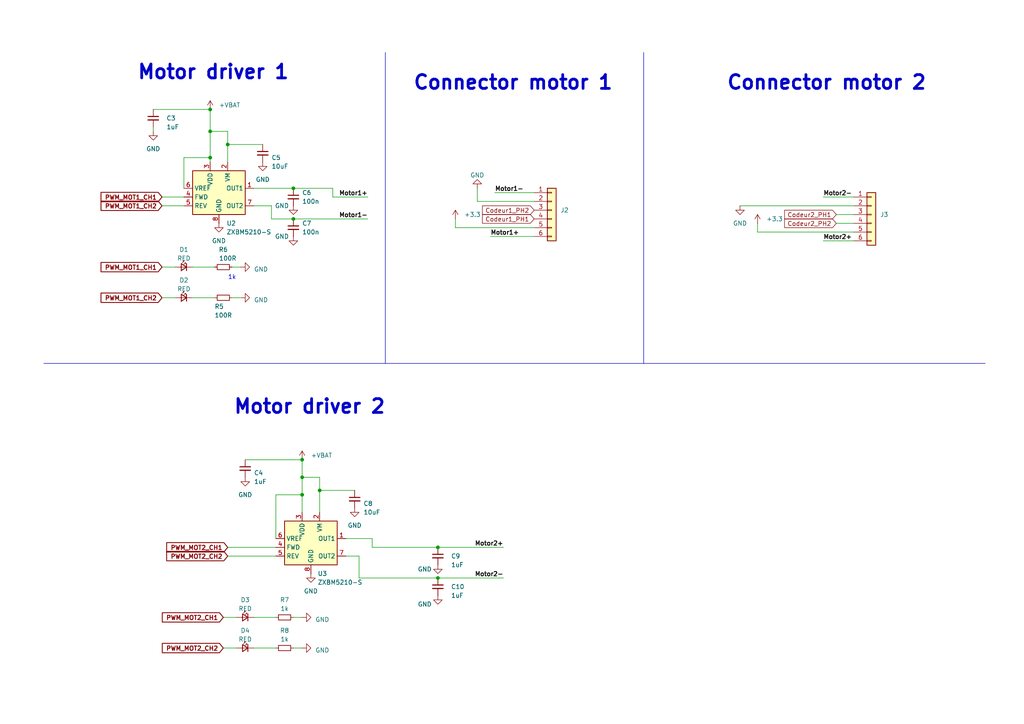
<source format=kicad_sch>
(kicad_sch (version 20231120) (generator "eeschema") (generator_version "8.0")
  (paper "A4")
  (lib_symbols
    (symbol "Connector_Generic:Conn_01x06" (pin_names (offset 1.016) hide)
      (property "Reference" "J" (at 0 7.62 0))
      (property "Value" "Conn_01x06" (at 0 -10.16 0))
      (symbol "Conn_01x06_1_1"
        (rectangle (start -1.27 -7.493) (end 0 -7.747) (stroke (width 0.1524)))
        (rectangle (start -1.27 -4.953) (end 0 -5.207) (stroke (width 0.1524)))
        (rectangle (start -1.27 -2.413) (end 0 -2.667) (stroke (width 0.1524)))
        (rectangle (start -1.27 0.127) (end 0 -0.127) (stroke (width 0.1524)))
        (rectangle (start -1.27 2.667) (end 0 2.413) (stroke (width 0.1524)))
        (rectangle (start -1.27 5.207) (end 0 4.953) (stroke (width 0.1524)))
        (rectangle (start -1.27 6.35) (end 1.27 -8.89) (stroke (width 0.254)) (fill (type background)))
        (pin passive line (at -5.08 5.08 0) (length 3.81) (name "Pin_1") (number "1"))
        (pin passive line (at -5.08 2.54 0) (length 3.81) (name "Pin_2") (number "2"))
        (pin passive line (at -5.08 0 0) (length 3.81) (name "Pin_3") (number "3"))
        (pin passive line (at -5.08 -2.54 0) (length 3.81) (name "Pin_4") (number "4"))
        (pin passive line (at -5.08 -5.08 0) (length 3.81) (name "Pin_5") (number "5"))
        (pin passive line (at -5.08 -7.62 0) (length 3.81) (name "Pin_6") (number "6"))
      )
    )
    (symbol "Device:C_Small" (pin_numbers hide) (pin_names (offset 0.254) hide)
      (property "Reference" "C" (at 0.254 1.778 0))
      (property "Value" "C_Small" (at 0.254 -2.032 0))
      (symbol "C_Small_0_1"
        (polyline (pts (xy -1.524 -0.508) (xy 1.524 -0.508)) (stroke (width 0.3302)))
        (polyline (pts (xy -1.524 0.508) (xy 1.524 0.508)) (stroke (width 0.3048)))
      )
      (symbol "C_Small_1_1"
        (pin passive line (at 0 2.54 270) (length 2.032) (name "~") (number "1"))
        (pin passive line (at 0 -2.54 90) (length 2.032) (name "~") (number "2"))
      )
    )
    (symbol "Device:LED_Small" (pin_numbers hide) (pin_names (offset 0.254) hide)
      (property "Reference" "D" (at -1.27 3.175 0))
      (property "Value" "LED_Small" (at -4.445 -2.54 0))
      (symbol "LED_Small_0_1"
        (polyline (pts (xy -0.762 -1.016) (xy -0.762 1.016)) (stroke (width 0.254)))
        (polyline (pts (xy 1.016 0) (xy -0.762 0)))
        (polyline (pts (xy 0.762 -1.016) (xy -0.762 0) (xy 0.762 1.016) (xy 0.762 -1.016)) (stroke (width 0.254)))
        (polyline (pts (xy 0 0.762) (xy -0.508 1.27) (xy -0.254 1.27) (xy -0.508 1.27) (xy -0.508 1.016)))
        (polyline (pts (xy 0.508 1.27) (xy 0 1.778) (xy 0.254 1.778) (xy 0 1.778) (xy 0 1.524)))
      )
      (symbol "LED_Small_1_1"
        (pin passive line (at -2.54 0 0) (length 1.778) (name "K") (number "1"))
        (pin passive line (at 2.54 0 180) (length 1.778) (name "A") (number "2"))
      )
    )
    (symbol "Device:R_Small" (pin_numbers hide) (pin_names (offset 0.254) hide)
      (property "Reference" "R" (at 0.762 0.508 0))
      (property "Value" "R_Small" (at 0.762 -1.016 0))
      (symbol "R_Small_0_1"
        (rectangle (start -0.762 1.778) (end 0.762 -1.778) (stroke (width 0.2032)))
      )
      (symbol "R_Small_1_1"
        (pin passive line (at 0 2.54 270) (length 0.762) (name "~") (number "1"))
        (pin passive line (at 0 -2.54 90) (length 0.762) (name "~") (number "2"))
      )
    )
    (symbol "Driver_Motor:ZXBM5210-S"
      (property "Reference" "U" (at -7.62 8.89 0))
      (property "Value" "ZXBM5210-S" (at 10.16 8.89 0))
      (symbol "ZXBM5210-S_0_0"
        (pin output line (at 10.16 2.54 180) (length 2.54) (name "OUT1") (number "1"))
        (pin power_in line (at 2.54 10.16 270) (length 2.54) (name "VM") (number "2"))
        (pin power_in line (at -2.54 10.16 270) (length 2.54) (name "VDD") (number "3"))
        (pin input line (at -10.16 0 0) (length 2.54) (name "FWD") (number "4"))
        (pin input line (at -10.16 -2.54 0) (length 2.54) (name "REV") (number "5"))
        (pin input line (at -10.16 2.54 0) (length 2.54) (name "VREF") (number "6"))
        (pin output line (at 10.16 -2.54 180) (length 2.54) (name "OUT2") (number "7"))
        (pin power_in line (at 0 -7.62 90) (length 2.54) (name "GND") (number "8"))
      )
      (symbol "ZXBM5210-S_0_1"
        (rectangle (start -7.62 7.62) (end 7.62 -5.08) (stroke (width 0.254)) (fill (type background)))
      )
    )
    (symbol "power:+5V" (power) (pin_numbers hide) (pin_names (offset 0) hide)
      (property "Value" "+5V" (at 0 3.556 0))
      (symbol "+5V_0_1"
        (polyline (pts (xy -0.762 1.27) (xy 0 2.54)))
        (polyline (pts (xy 0 0) (xy 0 2.54)))
        (polyline (pts (xy 0 2.54) (xy 0.762 1.27)))
      )
      (symbol "+5V_1_1"
        (pin power_in line (at 0 0 90) (length 0) (name "~") (number "1"))
      )
    )
    (symbol "power:GND" (power) (pin_numbers hide) (pin_names (offset 0) hide)
      (property "Value" "GND" (at 0 -3.81 0))
      (symbol "GND_0_1"
        (polyline (pts (xy 0 0) (xy 0 -1.27) (xy 1.27 -1.27) (xy 0 -2.54) (xy -1.27 -1.27) (xy 0 -1.27)))
      )
      (symbol "GND_1_1"
        (pin power_in line (at 0 0 270) (length 0) (name "~") (number "1"))
      )
    )
  )
  (junction (at 66.04 41.91))
  (junction (at 85.09 54.61))
  (junction (at 60.96 31.75))
  (junction (at 85.09 63.5))
  (junction (at 127 167.64))
  (junction (at 60.96 45.72))
  (junction (at 92.71 142.24))
  (junction (at 60.96 38.1))
  (junction (at 87.63 138.43))
  (junction (at 87.63 133.35))
  (junction (at 87.63 143.51))
  (junction (at 127 158.75))
  (wire (pts (xy 219.71 67.31) (xy 247.65 67.31)))
  (wire (pts (xy 107.95 158.75) (xy 127 158.75)))
  (wire (pts (xy 107.95 158.75) (xy 107.95 156.21)))
  (wire (pts (xy 127 158.75) (xy 146.05 158.75)))
  (wire (pts (xy 85.09 179.07) (xy 87.63 179.07)))
  (wire (pts (xy 66.04 158.75) (xy 80.01 158.75)))
  (wire (pts (xy 107.95 156.21) (xy 100.33 156.21)))
  (wire (pts (xy 219.71 64.77) (xy 219.71 67.31)))
  (polyline (pts (xy 111.76 15.24) (xy 111.76 105.41)))
  (wire (pts (xy 247.65 64.77) (xy 242.57 64.77)))
  (wire (pts (xy 66.04 46.99) (xy 66.04 41.91)))
  (wire (pts (xy 66.04 161.29) (xy 80.01 161.29)))
  (wire (pts (xy 60.96 31.75) (xy 60.96 38.1)))
  (wire (pts (xy 106.68 57.15) (xy 96.52 57.15)))
  (wire (pts (xy 78.74 63.5) (xy 85.09 63.5)))
  (wire (pts (xy 104.14 167.64) (xy 127 167.64)))
  (polyline (pts (xy 186.69 15.24) (xy 186.69 105.41)))
  (wire (pts (xy 64.77 187.96) (xy 68.58 187.96)))
  (wire (pts (xy 247.65 69.85) (xy 238.76 69.85)))
  (wire (pts (xy 87.63 138.43) (xy 87.63 133.35)))
  (wire (pts (xy 67.31 77.47) (xy 69.85 77.47)))
  (wire (pts (xy 67.31 86.36) (xy 69.85 86.36)))
  (wire (pts (xy 64.77 179.07) (xy 68.58 179.07)))
  (wire (pts (xy 73.66 54.61) (xy 85.09 54.61)))
  (wire (pts (xy 142.24 68.58) (xy 154.94 68.58)))
  (wire (pts (xy 104.14 167.64) (xy 104.14 161.29)))
  (wire (pts (xy 143.51 55.88) (xy 154.94 55.88)))
  (wire (pts (xy 92.71 148.59) (xy 92.71 142.24)))
  (wire (pts (xy 154.94 58.42) (xy 138.43 58.42)))
  (wire (pts (xy 87.63 143.51) (xy 87.63 148.59)))
  (wire (pts (xy 46.99 57.15) (xy 53.34 57.15)))
  (wire (pts (xy 104.14 161.29) (xy 100.33 161.29)))
  (wire (pts (xy 96.52 57.15) (xy 96.52 54.61)))
  (wire (pts (xy 247.65 57.15) (xy 238.76 57.15)))
  (wire (pts (xy 92.71 142.24) (xy 102.87 142.24)))
  (wire (pts (xy 247.65 62.23) (xy 242.57 62.23)))
  (wire (pts (xy 73.66 59.69) (xy 78.74 59.69)))
  (wire (pts (xy 46.99 59.69) (xy 53.34 59.69)))
  (wire (pts (xy 66.04 38.1) (xy 60.96 38.1)))
  (wire (pts (xy 66.04 41.91) (xy 76.2 41.91)))
  (wire (pts (xy 66.04 41.91) (xy 66.04 38.1)))
  (wire (pts (xy 60.96 38.1) (xy 60.96 45.72)))
  (wire (pts (xy 55.88 77.47) (xy 62.23 77.47)))
  (wire (pts (xy 132.08 63.5) (xy 132.08 66.04)))
  (wire (pts (xy 92.71 142.24) (xy 92.71 138.43)))
  (wire (pts (xy 92.71 138.43) (xy 87.63 138.43)))
  (wire (pts (xy 87.63 143.51) (xy 87.63 138.43)))
  (wire (pts (xy 154.94 66.04) (xy 132.08 66.04)))
  (wire (pts (xy 53.34 45.72) (xy 53.34 54.61)))
  (wire (pts (xy 85.09 63.5) (xy 106.68 63.5)))
  (polyline (pts (xy 12.7 105.41) (xy 285.75 105.41)))
  (wire (pts (xy 127 167.64) (xy 146.05 167.64)))
  (wire (pts (xy 85.09 187.96) (xy 87.63 187.96)))
  (wire (pts (xy 73.66 187.96) (xy 80.01 187.96)))
  (wire (pts (xy 44.45 31.75) (xy 60.96 31.75)))
  (wire (pts (xy 80.01 143.51) (xy 87.63 143.51)))
  (wire (pts (xy 214.63 59.69) (xy 247.65 59.69)))
  (wire (pts (xy 44.45 38.1) (xy 44.45 36.83)))
  (wire (pts (xy 46.99 77.47) (xy 50.8 77.47)))
  (wire (pts (xy 73.66 179.07) (xy 80.01 179.07)))
  (wire (pts (xy 60.96 45.72) (xy 60.96 46.99)))
  (wire (pts (xy 78.74 63.5) (xy 78.74 59.69)))
  (wire (pts (xy 138.43 54.61) (xy 138.43 58.42)))
  (wire (pts (xy 85.09 54.61) (xy 96.52 54.61)))
  (wire (pts (xy 53.34 45.72) (xy 60.96 45.72)))
  (wire (pts (xy 55.88 86.36) (xy 62.23 86.36)))
  (wire (pts (xy 87.63 133.35) (xy 71.12 133.35)))
  (wire (pts (xy 46.99 86.36) (xy 50.8 86.36)))
  (wire (pts (xy 80.01 143.51) (xy 80.01 156.21)))
  (text "Motor driver 1\n" (at 39.624 23.368 0) (effects (font (size 4 4) (thickness 0.8) (bold yes)) (justify left bottom)))
  (text "Connector motor 2\n" (at 210.566 26.416 0) (effects (font (size 4 4) (thickness 0.8) (bold yes)) (justify left bottom)))
  (text "1k" (at 67.31 80.518 0) (effects (font (size 1.27 1.27))))
  (text "Connector motor 1\n" (at 119.634 26.416 0) (effects (font (size 4 4) (thickness 0.8) (bold yes)) (justify left bottom)))
  (text "Motor driver 2\n" (at 67.564 120.396 0) (effects (font (size 4 4) (thickness 0.8) (bold yes)) (justify left bottom)))
  (label "Motor1-" (at 143.51 55.88 0) (effects (font (bold yes))))
  (label "Motor1-" (at 106.68 63.5 180) (effects (font (bold yes))))
  (label "Motor1+" (at 142.24 68.58 0) (effects (font (bold yes))))
  (label "Motor2-" (at 146.05 167.64 180) (effects (font (bold yes))))
  (label "Motor2+" (at 146.05 158.75 180) (effects (font (bold yes))))
  (label "Motor2+" (at 238.76 69.85 0) (effects (font (bold yes))))
  (label "Motor1+" (at 106.68 57.15 180) (effects (font (bold yes))))
  (label "Motor2-" (at 238.76 57.15 0) (effects (font (bold yes))))
  (global_label "PWM_MOT1_CH2" (shape input) (at 46.99 59.69 180) (effects (font (bold yes))) (property "Intersheetrefs" "${INTERSHEET_REFS}" (effects (hide yes))))
  (global_label "PWM_MOT2_CH1" (shape input) (at 64.77 179.07 180) (effects (font (bold yes))) (property "Intersheetrefs" "${INTERSHEET_REFS}" (effects (hide yes))))
  (global_label "PWM_MOT2_CH2" (shape input) (at 64.77 187.96 180) (effects (font (bold yes))) (property "Intersheetrefs" "${INTERSHEET_REFS}" (effects (hide yes))))
  (global_label "PWM_MOT1_CH2" (shape input) (at 46.99 86.36 180) (effects (font (bold yes))) (property "Intersheetrefs" "${INTERSHEET_REFS}" (effects (hide yes))))
  (global_label "Codeur2_PH1" (shape input) (at 242.57 62.23 180) (property "Intersheetrefs" "${INTERSHEET_REFS}" (effects (hide yes))))
  (global_label "PWM_MOT2_CH1" (shape input) (at 66.04 158.75 180) (effects (font (bold yes))) (property "Intersheetrefs" "${INTERSHEET_REFS}" (effects (hide yes))))
  (global_label "PWM_MOT1_CH1" (shape input) (at 46.99 77.47 180) (effects (font (bold yes))) (property "Intersheetrefs" "${INTERSHEET_REFS}" (effects (hide yes))))
  (global_label "Codeur1_PH1" (shape input) (at 154.94 63.5 180) (property "Intersheetrefs" "${INTERSHEET_REFS}" (effects (hide yes))))
  (global_label "PWM_MOT1_CH1" (shape input) (at 46.99 57.15 180) (effects (font (bold yes))) (property "Intersheetrefs" "${INTERSHEET_REFS}" (effects (hide yes))))
  (global_label "Codeur1_PH2" (shape input) (at 154.94 60.96 180) (property "Intersheetrefs" "${INTERSHEET_REFS}" (effects (hide yes))))
  (global_label "PWM_MOT2_CH2" (shape input) (at 66.04 161.29 180) (effects (font (bold yes))) (property "Intersheetrefs" "${INTERSHEET_REFS}" (effects (hide yes))))
  (global_label "Codeur2_PH2" (shape input) (at 242.57 64.77 180) (property "Intersheetrefs" "${INTERSHEET_REFS}" (effects (hide yes))))
  (symbol (lib_id "Device:LED_Small") (at 71.12 187.96 0) (mirror y) (unit 1)
    (property "Reference" "D4" (at 71.12 182.88 0))
    (property "Value" "RED" (at 71.12 185.42 0))
    (property "Footprint" "LED_SMD:LED_0603_1608Metric_Pad1.05x0.95mm_HandSolder" (effects (hide yes)))
    (property "Description" "Light emitting diode, small symbol" (effects (hide yes)))
  )
  (symbol (lib_id "power:GND") (at 102.87 147.32 0) (unit 1)
    (property "Reference" "#PWR015" (effects (hide yes)))
    (property "Value" "GND" (at 102.87 152.4 0))
    (property "Description" "Power symbol creates a global label with name \"GND\" , ground" (effects (hide yes)))
  )
  (symbol (lib_id "Device:C_Small") (at 44.45 34.29 0) (unit 1)
    (property "Reference" "C3" (at 48.26 34.29 0) (effects (justify left)))
    (property "Value" "1uF" (at 48.26 36.83 0) (effects (justify left)))
    (property "Footprint" "Capacitor_SMD:C_0603_1608Metric_Pad1.08x0.95mm_HandSolder" (effects (hide yes)))
    (property "Description" "Unpolarized capacitor, small symbol" (effects (hide yes)))
  )
  (symbol (lib_id "power:GND") (at 71.12 138.43 0) (unit 1)
    (property "Reference" "#PWR07" (effects (hide yes)))
    (property "Value" "GND" (at 71.12 143.51 0))
    (property "Description" "Power symbol creates a global label with name \"GND\" , ground" (effects (hide yes)))
  )
  (symbol (lib_id "power:GND") (at 76.2 46.99 0) (unit 1)
    (property "Reference" "#PWR08" (effects (hide yes)))
    (property "Value" "GND" (at 76.2 52.07 0))
    (property "Description" "Power symbol creates a global label with name \"GND\" , ground" (effects (hide yes)))
  )
  (symbol (lib_id "Device:LED_Small") (at 53.34 86.36 0) (mirror y) (unit 1)
    (property "Reference" "D2" (at 53.34 81.28 0))
    (property "Value" "RED" (at 53.34 83.82 0))
    (property "Footprint" "LED_SMD:LED_0603_1608Metric_Pad1.05x0.95mm_HandSolder" (effects (hide yes)))
    (property "Description" "Light emitting diode, small symbol" (effects (hide yes)))
  )
  (symbol (lib_id "Device:R_Small") (at 82.55 187.96 90) (unit 1)
    (property "Reference" "R8" (at 82.55 182.88 90))
    (property "Value" "1k" (at 82.55 185.42 90))
    (property "Footprint" "Resistor_SMD:R_0603_1608Metric_Pad0.98x0.95mm_HandSolder" (effects (hide yes)))
    (property "Description" "Resistor, small symbol" (effects (hide yes)))
    (property "Height" "0603" (effects (hide yes)))
  )
  (symbol (lib_id "Device:LED_Small") (at 53.34 77.47 0) (mirror y) (unit 1)
    (property "Reference" "D1" (at 53.34 72.39 0))
    (property "Value" "RED" (at 53.34 74.93 0))
    (property "Footprint" "LED_SMD:LED_0603_1608Metric_Pad1.05x0.95mm_HandSolder" (effects (hide yes)))
    (property "Description" "Light emitting diode, small symbol" (effects (hide yes)))
  )
  (symbol (lib_id "power:GND") (at 214.63 59.69 0) (unit 1)
    (property "Reference" "#PWR021" (effects (hide yes)))
    (property "Value" "GND" (at 214.63 64.77 0))
    (property "Description" "Power symbol creates a global label with name \"GND\" , ground" (effects (hide yes)))
  )
  (symbol (lib_id "power:GND") (at 90.17 166.37 0) (unit 1)
    (property "Reference" "#PWR014" (effects (hide yes)))
    (property "Value" "GND" (at 90.17 171.45 0))
    (property "Description" "Power symbol creates a global label with name \"GND\" , ground" (effects (hide yes)))
  )
  (symbol (lib_id "power:GND") (at 85.09 59.69 0) (unit 1)
    (property "Reference" "#PWR09" (effects (hide yes)))
    (property "Value" "GND" (at 83.82 59.69 0) (effects (justify right)))
    (property "Description" "Power symbol creates a global label with name \"GND\" , ground" (effects (hide yes)))
  )
  (symbol (lib_id "power:+5V") (at 60.96 31.75 0) (unit 1)
    (property "Reference" "#PWR03" (effects (hide yes)))
    (property "Value" "+VBAT" (at 63.5 30.4799 0) (effects (justify left)))
    (property "Description" "Power symbol creates a global label with name \"+5V\"" (effects (hide yes)))
  )
  (symbol (lib_id "power:GND") (at 138.43 54.61 180) (unit 1)
    (property "Reference" "#PWR019" (effects (hide yes)))
    (property "Value" "GND" (at 138.43 50.8 0))
    (property "Description" "Power symbol creates a global label with name \"GND\" , ground" (effects (hide yes)))
  )
  (symbol (lib_id "power:GND") (at 127 163.83 0) (unit 1)
    (property "Reference" "#PWR016" (effects (hide yes)))
    (property "Value" "GND" (at 123.19 165.1 0))
    (property "Description" "Power symbol creates a global label with name \"GND\" , ground" (effects (hide yes)))
  )
  (symbol (lib_id "Device:C_Small") (at 76.2 44.45 0) (unit 1)
    (property "Reference" "C5" (at 78.74 45.72 0) (effects (justify left)))
    (property "Value" "10uF" (at 78.74 48.26 0) (effects (justify left)))
    (property "Footprint" "Capacitor_SMD:C_0603_1608Metric_Pad1.08x0.95mm_HandSolder" (effects (hide yes)))
    (property "Description" "Unpolarized capacitor, small symbol" (effects (hide yes)))
  )
  (symbol (lib_id "power:+5V") (at 132.08 63.5 0) (unit 1)
    (property "Reference" "#PWR018" (effects (hide yes)))
    (property "Value" "+3.3" (at 134.62 62.2299 0) (effects (justify left)))
    (property "Description" "Power symbol creates a global label with name \"+5V\"" (effects (hide yes)))
  )
  (symbol (lib_id "Device:C_Small") (at 85.09 66.04 0) (unit 1)
    (property "Reference" "C7" (at 87.63 64.7762 0) (effects (justify left)))
    (property "Value" "100n" (at 87.63 67.3162 0) (effects (justify left)))
    (property "Footprint" "Capacitor_SMD:C_0603_1608Metric_Pad1.08x0.95mm_HandSolder" (effects (hide yes)))
    (property "Description" "Unpolarized capacitor, small symbol" (effects (hide yes)))
  )
  (symbol (lib_id "power:GND") (at 87.63 187.96 90) (unit 1)
    (property "Reference" "#PWR013" (effects (hide yes)))
    (property "Value" "GND" (at 91.44 188.595 90) (effects (justify right)))
    (property "Description" "Power symbol creates a global label with name \"GND\" , ground" (effects (hide yes)))
  )
  (symbol (lib_id "Driver_Motor:ZXBM5210-S") (at 90.17 158.75 0) (unit 1)
    (property "Reference" "U3" (at 92.1259 166.37 0) (effects (justify left)))
    (property "Value" "ZXBM5210-S" (at 92.1259 168.91 0) (effects (justify left)))
    (property "Footprint" "Package_SO:SOIC-8_3.9x4.9mm_P1.27mm" (effects (hide yes)))
    (property "Datasheet" "https://www.diodes.com/assets/Datasheets/ZXBM5210.pdf" (effects (hide yes)))
    (property "Description" "Reversible DC motor drive with speed control, 3-18V, 0.85A, SOIC-8" (effects (hide yes)))
    (property "Mouser Part Number" " 621-ZXBM5210-SP-13 " (effects (hide yes)))
    (property "Mouser Price/Stock" "https://www.mouser.fr/ProductDetail/Diodes-Incorporated/ZXBM5210-SP-13?qs=98WN%2FnWUQiQYAgSBGLkvdw%3D%3D" (effects (hide yes)))
  )
  (symbol (lib_id "Device:R_Small") (at 82.55 179.07 90) (unit 1)
    (property "Reference" "R7" (at 82.55 173.99 90))
    (property "Value" "1k" (at 82.55 176.53 90))
    (property "Footprint" "Resistor_SMD:R_0603_1608Metric_Pad0.98x0.95mm_HandSolder" (effects (hide yes)))
    (property "Description" "Resistor, small symbol" (effects (hide yes)))
    (property "Height" "0603" (effects (hide yes)))
  )
  (symbol (lib_id "Connector_Generic:Conn_01x06") (at 160.02 60.96 0) (unit 1)
    (property "Reference" "J2" (at 162.56 60.96 0) (effects (justify left)))
    (property "Value" "Conn_01x06" (effects (hide yes)))
    (property "Footprint" "Connector_JST:JST_XH_S6B-XH-A_1x06_P2.50mm_Horizontal" (effects (hide yes)))
    (property "Description" "Generic connector, single row, 01x06, script generated (kicad-library-utils/schlib/autogen/connector/)" (effects (hide yes)))
  )
  (symbol (lib_id "Driver_Motor:ZXBM5210-S") (at 63.5 57.15 0) (unit 1)
    (property "Reference" "U2" (at 65.6941 64.77 0) (effects (justify left)))
    (property "Value" "ZXBM5210-S" (at 65.6941 67.31 0) (effects (justify left)))
    (property "Footprint" "Package_SO:SOIC-8_3.9x4.9mm_P1.27mm" (effects (hide yes)))
    (property "Datasheet" "https://www.diodes.com/assets/Datasheets/ZXBM5210.pdf" (effects (hide yes)))
    (property "Description" "Reversible DC motor drive with speed control, 3-18V, 0.85A, SOIC-8" (effects (hide yes)))
  )
  (symbol (lib_id "Device:C_Small") (at 102.87 144.78 0) (unit 1)
    (property "Reference" "C8" (at 105.41 146.05 0) (effects (justify left)))
    (property "Value" "10uF" (at 105.41 148.59 0) (effects (justify left)))
    (property "Footprint" "Capacitor_SMD:C_0603_1608Metric_Pad1.08x0.95mm_HandSolder" (effects (hide yes)))
    (property "Description" "Unpolarized capacitor, small symbol" (effects (hide yes)))
  )
  (symbol (lib_id "Device:C_Small") (at 71.12 135.89 0) (unit 1)
    (property "Reference" "C4" (at 73.66 137.16 0) (effects (justify left)))
    (property "Value" "1uF" (at 73.66 139.7 0) (effects (justify left)))
    (property "Footprint" "Capacitor_SMD:C_0603_1608Metric_Pad1.08x0.95mm_HandSolder" (effects (hide yes)))
    (property "Description" "Unpolarized capacitor, small symbol" (effects (hide yes)))
  )
  (symbol (lib_id "power:GND") (at 69.85 77.47 90) (unit 1)
    (property "Reference" "#PWR05" (effects (hide yes)))
    (property "Value" "GND" (at 73.66 78.105 90) (effects (justify right)))
    (property "Description" "Power symbol creates a global label with name \"GND\" , ground" (effects (hide yes)))
  )
  (symbol (lib_id "power:+5V") (at 87.63 133.35 0) (unit 1)
    (property "Reference" "#PWR011" (effects (hide yes)))
    (property "Value" "+VBAT" (at 90.17 132.0799 0) (effects (justify left)))
    (property "Description" "Power symbol creates a global label with name \"+5V\"" (effects (hide yes)))
  )
  (symbol (lib_id "Device:C_Small") (at 127 161.29 0) (unit 1)
    (property "Reference" "C9" (at 130.81 161.29 0) (effects (justify left)))
    (property "Value" "1uF" (at 130.81 163.83 0) (effects (justify left)))
    (property "Footprint" "Capacitor_SMD:C_0603_1608Metric_Pad1.08x0.95mm_HandSolder" (effects (hide yes)))
    (property "Description" "Unpolarized capacitor, small symbol" (effects (hide yes)))
  )
  (symbol (lib_id "Device:LED_Small") (at 71.12 179.07 0) (mirror y) (unit 1)
    (property "Reference" "D3" (at 71.12 173.99 0))
    (property "Value" "RED" (at 71.12 176.53 0))
    (property "Footprint" "LED_SMD:LED_0603_1608Metric_Pad1.05x0.95mm_HandSolder" (effects (hide yes)))
    (property "Description" "Light emitting diode, small symbol" (effects (hide yes)))
  )
  (symbol (lib_id "Device:R_Small") (at 64.77 86.36 90) (unit 1)
    (property "Reference" "R6" (at 64.77 72.39 90))
    (property "Value" "100R" (at 64.77 91.44 90))
    (property "Footprint" "Resistor_SMD:R_0603_1608Metric_Pad0.98x0.95mm_HandSolder" (effects (hide yes)))
    (property "Description" "Resistor, small symbol" (effects (hide yes)))
    (property "Height" "0603" (effects (hide yes)))
  )
  (symbol (lib_id "power:GND") (at 63.5 64.77 0) (unit 1)
    (property "Reference" "#PWR04" (effects (hide yes)))
    (property "Value" "GND" (at 63.5 69.85 0))
    (property "Description" "Power symbol creates a global label with name \"GND\" , ground" (effects (hide yes)))
  )
  (symbol (lib_id "power:GND") (at 85.09 68.58 0) (unit 1)
    (property "Reference" "#PWR010" (effects (hide yes)))
    (property "Value" "GND" (at 83.82 68.58 0) (effects (justify right)))
    (property "Description" "Power symbol creates a global label with name \"GND\" , ground" (effects (hide yes)))
  )
  (symbol (lib_id "power:GND") (at 127 172.72 0) (unit 1)
    (property "Reference" "#PWR017" (effects (hide yes)))
    (property "Value" "GND" (at 123.19 175.26 0))
    (property "Description" "Power symbol creates a global label with name \"GND\" , ground" (effects (hide yes)))
  )
  (symbol (lib_id "power:GND") (at 69.85 86.36 90) (unit 1)
    (property "Reference" "#PWR06" (effects (hide yes)))
    (property "Value" "GND" (at 73.66 86.995 90) (effects (justify right)))
    (property "Description" "Power symbol creates a global label with name \"GND\" , ground" (effects (hide yes)))
  )
  (symbol (lib_id "Device:C_Small") (at 127 170.18 0) (unit 1)
    (property "Reference" "C10" (at 130.81 170.18 0) (effects (justify left)))
    (property "Value" "1uF" (at 130.81 172.72 0) (effects (justify left)))
    (property "Footprint" "Capacitor_SMD:C_0603_1608Metric_Pad1.08x0.95mm_HandSolder" (effects (hide yes)))
    (property "Description" "Unpolarized capacitor, small symbol" (effects (hide yes)))
  )
  (symbol (lib_id "power:GND") (at 44.45 38.1 0) (unit 1)
    (property "Reference" "#PWR02" (effects (hide yes)))
    (property "Value" "GND" (at 44.45 43.18 0))
    (property "Description" "Power symbol creates a global label with name \"GND\" , ground" (effects (hide yes)))
  )
  (symbol (lib_id "Connector_Generic:Conn_01x06") (at 252.73 62.23 0) (unit 1)
    (property "Reference" "J3" (at 255.27 62.23 0) (effects (justify left)))
    (property "Value" "Conn_01x06" (effects (hide yes)))
    (property "Footprint" "Connector_JST:JST_XH_S6B-XH-A_1x06_P2.50mm_Horizontal" (effects (hide yes)))
    (property "Description" "Generic connector, single row, 01x06, script generated (kicad-library-utils/schlib/autogen/connector/)" (effects (hide yes)))
  )
  (symbol (lib_id "Device:C_Small") (at 85.09 57.15 0) (unit 1)
    (property "Reference" "C6" (at 87.63 55.8862 0) (effects (justify left)))
    (property "Value" "100n" (at 87.63 58.4262 0) (effects (justify left)))
    (property "Footprint" "Capacitor_SMD:C_0603_1608Metric_Pad1.08x0.95mm_HandSolder" (effects (hide yes)))
    (property "Description" "Unpolarized capacitor, small symbol" (effects (hide yes)))
  )
  (symbol (lib_id "Device:R_Small") (at 64.77 77.47 90) (unit 1)
    (property "Reference" "R5" (at 62.23 88.9 90) (effects (justify right)))
    (property "Value" "100R" (at 63.5 74.93 90) (effects (justify right)))
    (property "Footprint" "Resistor_SMD:R_0603_1608Metric_Pad0.98x0.95mm_HandSolder" (effects (hide yes)))
    (property "Description" "Resistor, small symbol" (effects (hide yes)))
    (property "Height" "0603" (effects (hide yes)))
  )
  (symbol (lib_id "power:GND") (at 87.63 179.07 90) (unit 1)
    (property "Reference" "#PWR012" (effects (hide yes)))
    (property "Value" "GND" (at 91.44 179.705 90) (effects (justify right)))
    (property "Description" "Power symbol creates a global label with name \"GND\" , ground" (effects (hide yes)))
  )
  (symbol (lib_id "power:+5V") (at 219.71 64.77 0) (unit 1)
    (property "Reference" "#PWR020" (effects (hide yes)))
    (property "Value" "+3.3" (at 222.25 63.4999 0) (effects (justify left)))
    (property "Description" "Power symbol creates a global label with name \"+5V\"" (effects (hide yes)))
  )
)
</source>
